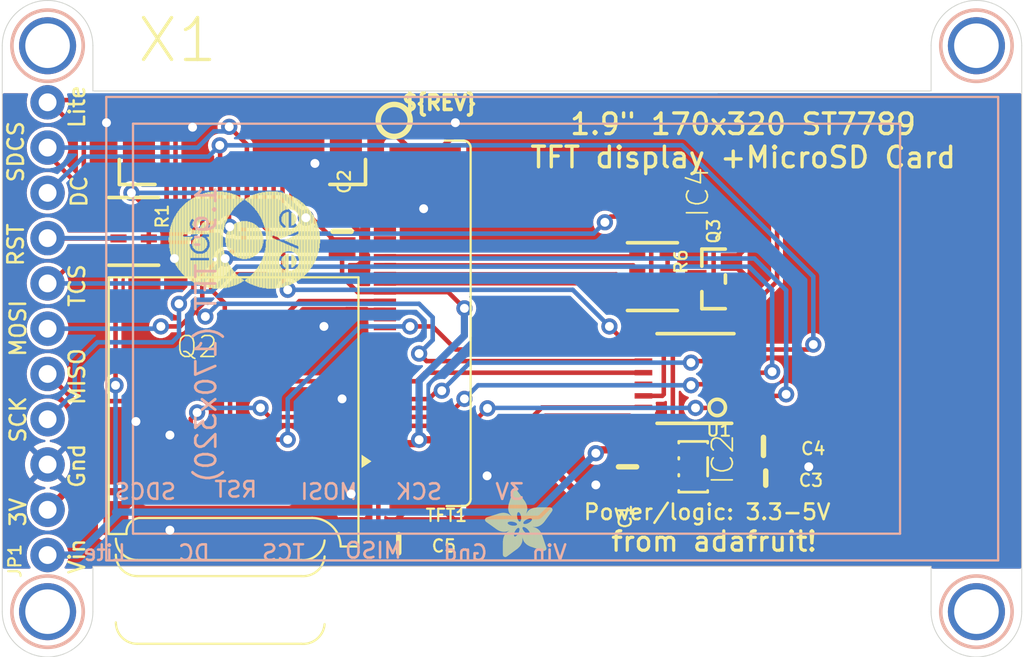
<source format=kicad_pcb>
(kicad_pcb (version 20221018) (generator pcbnew)
  (layers (0 "F.Cu" signal) (1 "In1.Cu" signal) (2 "In2.Cu" signal) (3 "In3.Cu" signal) (4 "In4.Cu" signal) (5 "In5.Cu" signal) (6 "In6.Cu" signal) (7 "In7.Cu" signal) (8 "In8.Cu" signal) (9 "In9.Cu" signal) (10 "In10.Cu" signal) (11 "In11.Cu" signal) (12 "In12.Cu" signal) (13 "In13.Cu" signal) (14 "In14.Cu" signal) (31 "B.Cu" signal) (34 "B.Paste" user) (35 "F.Paste" user) (36 "B.SilkS" user "B.Silkscreen") (37 "F.SilkS" user "F.Silkscreen") (38 "B.Mask" user) (39 "F.Mask" user) (44 "Edge.Cuts" user))
  (net 0 "")
  (net 1 "GND")
  (net 2 "SCK")
  (net 3 "SCK_3V")
  (net 4 "MOSI")
  (net 5 "MOSI_3V")
  (net 6 "MISO")
  (net 7 "+3V3")
  (net 8 "CARDCS")
  (net 9 "CARDCS_3V")
  (net 10 "LEDK")
  (net 11 "LITE")
  (net 12 "TFTDC")
  (net 13 "TFTDC_3V")
  (net 14 "TFTCS_3V")
  (net 15 "TFTCS")
  (net 16 "VIN")
  (net 17 "TFTRST_3V")
  (net 18 "TFTRST")
  (net 19 "N$2")
  (net 20 "N$3")
  (net 21 "N$4")
  (net 22 "N$5")
  (footprint "working:PCBFEAT-REV-040" (layer "F.Cu") (at 141.8971 93.3196 180)
    (fp_text reference "U$2" hide)
    (fp_text value "" hide)
  )
  (footprint "working:0805-NO" (layer "F.Cu") (at 142.1511 117.0686)
    (fp_text reference "C5")
    (fp_text value "10uF")
  )
  (footprint "working:0805-NO" (layer "F.Cu") (at 162.5981 111.6076)
    (fp_text reference "C4")
    (fp_text value "10uF")
  )
  (footprint "working:TFT_1.9IN_170X320_30P" (layer "F.Cu") (at 148.7551 105.0036 90)
    (fp_text reference "TFT1")
    (fp_text value "DISP_LCD_ST7789_1.9IN" hide)
  )
  (footprint "working:SOT23" (layer "F.Cu") (at 157.0101 97.7646 -90)
    (fp_text reference "IC4")
    (fp_text value "APX803-SAG")
  )
  (footprint "working:0805-NO" (layer "F.Cu") (at 154.9781 112.7506 -90)
    (fp_text reference "C1")
    (fp_text value "10uF")
  )
  (footprint "working:SOT23-5L" (layer "F.Cu") (at 158.6611 112.7506 -90)
    (fp_text reference "IC2")
    (fp_text value "AP2112")
  )
  (footprint "working:0805-NO" (layer "F.Cu") (at 138.9761 99.5426 90)
    (fp_text reference "C2")
    (fp_text value "10uF")
  )
  (footprint "working:RESPACK_4X0603" (layer "F.Cu") (at 127.2921 99.5426 -90)
    (fp_text reference "R1")
    (fp_text value "10k")
  )
  (footprint "working:SOT23-WIDE" (layer "F.Cu") (at 159.8041 102.2096 90)
    (fp_text reference "Q3")
    (fp_text value "BSS138")
  )
  (footprint "working:TSSOP16" (layer "F.Cu") (at 158.7881 107.7976 90)
    (fp_text reference "U1")
    (fp_text value "74HC4050PWR")
  )
  (footprint "working:1X11_ROUND_76" (layer "F.Cu") (at 122.4661 105.0036 90)
    (fp_text reference "JP1")
    (fp_text value "")
  )
  (footprint "working:RESPACK_4X0603" (layer "F.Cu") (at 156.3751 102.0826 -90)
    (fp_text reference "R6")
    (fp_text value "~22 OHM")
  )
  (footprint "working:FIDUCIAL_1MM" (layer "F.Cu") (at 174.9171 93.1926 180)
    (fp_text reference "U$4" hide)
    (fp_text value "FIDUCIAL_1MM" hide)
  )
  (footprint "working:EYE_SPI_DISPLAY_BOTCONTACT" (layer "F.Cu") (at 133.3881 94.5896)
    (fp_text reference "X1")
    (fp_text value "EYE_SPI_DISPLAY_FLIP")
  )
  (footprint "working:0603-NO" (layer "F.Cu") (at 162.7251 113.3856)
    (fp_text reference "C3")
    (fp_text value "0.1uF")
  )
  (footprint "working:EYESPI_MINI_LOGO" (layer "F.Cu") (at 129.1971 97.2566 -90)
    (fp_text reference "U$22" hide)
    (fp_text value "" hide)
  )
  (footprint "working:FIDUCIAL_1MM" (layer "F.Cu") (at 145.5801 116.8146 -90)
    (fp_text reference "U$5" hide)
    (fp_text value "FIDUCIAL_1MM" hide)
  )
  (footprint "working:MICROSD" (layer "F.Cu") (at 125.8951 102.0826)
    (fp_text reference "Q2")
    (fp_text value "MICROSD" hide)
  )
  (footprint "working:ADAFRUIT_3.5MM" (layer "F.Cu") (at 150.7871 117.8306 90)
    (fp_text reference "U$21" hide)
    (fp_text value "" hide)
  )
  (footprint "working:MOUNTINGHOLE_2.5_PLATED" (layer "B.Cu") (at 122.4661 89.1286 180)
    (fp_text reference "U$10" hide)
    (fp_text value "MOUNTINGHOLE2.5" hide)
  )
  (footprint "working:MOUNTINGHOLE_2.5_PLATED" (layer "B.Cu") (at 122.4661 120.8786 180)
    (fp_text reference "U$9" hide)
    (fp_text value "MOUNTINGHOLE2.5" hide)
  )
  (footprint "working:MOUNTINGHOLE_2.5_PLATED" (layer "B.Cu") (at 174.5361 89.1286 180)
    (fp_text reference "U$8" hide)
    (fp_text value "MOUNTINGHOLE2.5" hide)
  )
  (footprint "working:MOUNTINGHOLE_2.5_PLATED" (layer "B.Cu") (at 174.5361 120.8786 180)
    (fp_text reference "U$7" hide)
    (fp_text value "MOUNTINGHOLE2.5" hide)
  )
  (gr_arc (start 174.5361 86.5886) (mid 176.332151 87.332549) (end 177.0761 89.1286) (stroke (width 0.05)) (layer "Edge.Cuts"))
  (gr_arc (start 171.9961 89.1286) (mid 172.740049 87.332549) (end 174.5361 86.5886) (stroke (width 0.05)) (layer "Edge.Cuts"))
  (gr_arc (start 125.0061 120.8786) (mid 124.262151 122.674651) (end 122.4661 123.4186) (stroke (width 0.05)) (layer "Edge.Cuts"))
  (gr_line (start 125.0061 91.6686) (end 125.0061 89.1286) (stroke (width 0.05)) (layer "Edge.Cuts"))
  (gr_line (start 171.9961 89.1286) (end 171.9961 91.6686) (stroke (width 0.05)) (layer "Edge.Cuts"))
  (gr_arc (start 174.5361 123.4186) (mid 172.740049 122.674651) (end 171.9961 120.8786) (stroke (width 0.05)) (layer "Edge.Cuts"))
  (gr_line (start 171.9961 91.6686) (end 125.0061 91.6686) (stroke (width 0.05)) (layer "Edge.Cuts"))
  (gr_arc (start 177.0761 120.8786) (mid 176.332151 122.674651) (end 174.5361 123.4186) (stroke (width 0.05)) (layer "Edge.Cuts"))
  (gr_line (start 125.0061 118.3386) (end 171.9961 118.3386) (stroke (width 0.05)) (layer "Edge.Cuts"))
  (gr_line (start 177.0761 120.8786) (end 177.0761 89.1286) (stroke (width 0.05)) (layer "Edge.Cuts"))
  (gr_line (start 119.9261 89.1286) (end 119.9261 120.8786) (stroke (width 0.05)) (layer "Edge.Cuts"))
  (gr_line (start 125.0061 120.8786) (end 125.0061 118.3386) (stroke (width 0.05)) (layer "Edge.Cuts"))
  (gr_line (start 171.9961 118.3386) (end 171.9961 120.8786) (stroke (width 0.05)) (layer "Edge.Cuts"))
  (gr_arc (start 119.9261 89.1286) (mid 120.670049 87.332549) (end 122.4661 86.5886) (stroke (width 0.05)) (layer "Edge.Cuts"))
  (gr_arc (start 122.4661 123.4186) (mid 120.670049 122.674651) (end 119.9261 120.8786) (stroke (width 0.05)) (layer "Edge.Cuts"))
  (gr_arc (start 122.4661 86.5886) (mid 124.262151 87.332549) (end 125.0061 89.1286) (stroke (width 0.05)) (layer "Edge.Cuts"))
  (gr_text "Lite" (at 124.3711 117.0686) (layer "B.SilkS") (effects (font (size 0.87376 0.87376) (thickness 0.14224)) (justify right top mirror)))
  (gr_text "DC" (at 129.7051 117.0686) (layer "B.SilkS") (effects (font (size 0.87376 0.87376) (thickness 0.14224)) (justify right top mirror)))
  (gr_text "SCK" (at 141.8971 113.6396) (layer "B.SilkS") (effects (font (size 0.87376 0.87376) (thickness 0.14224)) (justify right top mirror)))
  (gr_text "MOSI" (at 136.5631 113.6396) (layer "B.SilkS") (effects (font (size 0.87376 0.87376) (thickness 0.14224)) (justify right top mirror)))
  (gr_text "Gnd" (at 144.5641 117.0686) (layer "B.SilkS") (effects (font (size 0.87376 0.87376) (thickness 0.14224)) (justify right top mirror)))
  (gr_text "TCS" (at 134.4041 118.0846) (layer "B.SilkS") (effects (font (size 0.87376 0.87376) (thickness 0.14224)) (justify right bottom mirror)))
  (gr_text "SDCS" (at 126.1491 114.1476) (layer "B.SilkS") (effects (font (size 0.87376 0.87376) (thickness 0.14224)) (justify right mirror)))
  (gr_text "Vin" (at 149.5171 117.0686) (layer "B.SilkS") (effects (font (size 0.87376 0.87376) (thickness 0.14224)) (justify right top mirror)))
  (gr_text "MISO" (at 142.4051 117.9576) (layer "B.SilkS") (effects (font (size 0.87376 0.87376) (thickness 0.14224)) (justify left bottom mirror)))
  (gr_text "3V" (at 147.4851 113.6396) (layer "B.SilkS") (effects (font (size 0.87376 0.87376) (thickness 0.14224)) (justify right top mirror)))
  (gr_text "RST" (at 131.7371 113.5126) (layer "B.SilkS") (effects (font (size 0.87376 0.87376) (thickness 0.14224)) (justify right top mirror)))
  (gr_text "3V" (at 121.3231 116.1796 90) (layer "F.SilkS") (effects (font (size 0.87376 0.87376) (thickness 0.14224)) (justify left bottom)))
  (gr_text "1.9\" 170x320 ST7789\nTFT display +MicroSD Card" (at 161.4551 94.4626) (layer "F.SilkS") (effects (font (size 1.157732 1.157732) (thickness 0.188468))))
  (gr_text "Vin" (at 124.6251 118.8466 90) (layer "F.SilkS") (effects (font (size 0.87376 0.87376) (thickness 0.14224)) (justify left bottom)))
  (gr_text "DC" (at 124.7521 98.2726 90) (layer "F.SilkS") (effects (font (size 0.87376 0.87376) (thickness 0.14224)) (justify left bottom)))
  (gr_text "from adafruit!" (at 153.9621 117.5766) (layer "F.SilkS") (effects (font (size 1.0922 1.0922) (thickness 0.1778)) (justify left bottom)))
  (gr_text "SDCS" (at 120.6881 96.8756 90) (layer "F.SilkS") (effects (font (size 0.87376 0.87376) (thickness 0.14224)) (justify left)))
  (gr_text "Power/logic: 3.3-5V" (at 152.4381 115.7986) (layer "F.SilkS") (effects (font (size 0.87376 0.87376) (thickness 0.14224)) (justify left bottom)))
  (gr_text "MISO" (at 123.6091 106.0196 90) (layer "F.SilkS") (effects (font (size 0.87376 0.87376) (thickness 0.14224)) (justify right top)))
  (gr_text "TCS" (at 123.6091 103.8606 90) (layer "F.SilkS") (effects (font (size 0.87376 0.87376) (thickness 0.14224)) (justify left top)))
  (gr_text "Gnd" (at 124.6251 114.0206 90) (layer "F.SilkS") (effects (font (size 0.87376 0.87376) (thickness 0.14224)) (justify left bottom)))
  (gr_text "RST" (at 121.1961 101.5746 90) (layer "F.SilkS") (effects (font (size 0.87376 0.87376) (thickness 0.14224)) (justify left bottom)))
  (gr_text "SCK" (at 121.3231 111.4806 90) (layer "F.SilkS") (effects (font (size 0.87376 0.87376) (thickness 0.14224)) (justify left bottom)))
  (gr_text "MOSI" (at 121.3231 106.6546 90) (layer "F.SilkS") (effects (font (size 0.87376 0.87376) (thickness 0.14224)) (justify left bottom)))
  (gr_text "Lite" (at 124.6251 93.8276 90) (layer "F.SilkS") (effects (font (size 0.87376 0.87376) (thickness 0.14224)) (justify left bottom)))
  (segment (start 139.2301 103.9108) (end 139.2301 107.4536) (width 0.254) (layer "F.Cu") (net 1))
  (segment (start 139.2301 107.4536) (end 141.3771 107.4536) (width 0.254) (layer "F.Cu") (net 1))
  (segment (start 139.7381 103.9536) (end 139.7381 103.9108) (width 0.254) (layer "F.Cu") (net 1))
  (segment (start 139.7381 103.9108) (end 139.2301 103.9108) (width 0.254) (layer "F.Cu") (net 1))
  (segment (start 130.1381 97.2676) (end 130.1381 94.1566) (width 0.254) (layer "F.Cu") (net 1))
  (segment (start 141.3771 103.9536) (end 139.7381 103.9536) (width 0.254) (layer "F.Cu") (net 1))
  (segment (start 130.1381 94.1566) (end 130.5941 93.7006) (width 0.254) (layer "F.Cu") (net 1))
  (via (at 127.4191 110.2106) (size 0.9064) (drill 0.5) (layers "F.Cu" "B.Cu") (net 1))
  (via (at 129.5781 101.0666) (size 0.9064) (drill 0.5) (layers "F.Cu" "B.Cu") (net 1))
  (via (at 147.1041 113.2586) (size 0.9064) (drill 0.5) (layers "F.Cu" "B.Cu") (net 1))
  (via (at 129.3241 110.9726) (size 0.9064) (drill 0.5) (layers "F.Cu" "B.Cu") (net 1))
  (via (at 137.4521 95.7326) (size 0.9064) (drill 0.5) (layers "F.Cu" "B.Cu") (net 1))
  (via (at 153.2001 113.7666) (size 0.9064) (drill 0.5) (layers "F.Cu" "B.Cu") (net 1))
  (via (at 138.9761 108.9406) (size 0.9064) (drill 0.5) (layers "F.Cu" "B.Cu") (net 1))
  (via (at 125.7681 93.4466) (size 0.9064) (drill 0.5) (layers "F.Cu" "B.Cu") (net 1))
  (via (at 139.4841 114.2746) (size 0.9064) (drill 0.5) (layers "F.Cu" "B.Cu") (net 1))
  (via (at 129.3241 116.3066) (size 0.9064) (drill 0.5) (layers "F.Cu" "B.Cu") (net 1))
  (via (at 130.5941 93.7006) (size 0.9064) (drill 0.5) (layers "F.Cu" "B.Cu") (net 1))
  (via (at 165.1381 112.7506) (size 0.9064) (drill 0.5) (layers "F.Cu" "B.Cu") (net 1))
  (via (at 137.9601 104.8766) (size 0.9064) (drill 0.5) (layers "F.Cu" "B.Cu") (net 1))
  (via (at 143.5481 98.2726) (size 0.9064) (drill 0.5) (layers "F.Cu" "B.Cu") (net 1))
  (via (at 145.3261 93.4466) (size 0.9064) (drill 0.5) (layers "F.Cu" "B.Cu") (net 1))
  (segment (start 163.0847 107.4166) (end 163.0287 107.4726) (width 0.254) (layer "F.Cu") (net 2))
  (segment (start 163.0287 107.4726) (end 161.7059 107.4726) (width 0.254) (layer "F.Cu") (net 2))
  (segment (start 130.6381 102.8006) (end 129.8321 103.6066) (width 0.254) (layer "F.Cu") (net 2))
  (segment (start 130.6381 97.2676) (end 130.6381 102.8006) (width 0.254) (layer "F.Cu") (net 2))
  (via (at 129.8321 103.6066) (size 0.9064) (drill 0.5) (layers "F.Cu" "B.Cu") (net 2))
  (via (at 163.0847 107.4166) (size 0.9064) (drill 0.5) (layers "F.Cu" "B.Cu") (net 2))
  (segment (start 129.4511 105.7656) (end 125.2601 105.7656) (width 0.254) (layer "B.Cu") (net 2))
  (segment (start 123.9901 108.5596) (end 123.9901 107.0356) (width 0.254) (layer "B.Cu") (net 2))
  (segment (start 122.4661 110.0836) (end 123.9901 108.5596) (width 0.254) (layer "B.Cu") (net 2))
  (segment (start 129.8321 103.6066) (end 130.5179 102.9208) (width 0.254) (layer "B.Cu") (net 2))
  (segment (start 129.8321 105.3846) (end 129.4511 105.7656) (width 0.254) (layer "B.Cu") (net 2))
  (segment (start 123.9901 107.0356) (end 125.2601 105.7656) (width 0.254) (layer "B.Cu") (net 2))
  (segment (start 161.7853 101.5238) (end 163.0847 102.8232) (width 0.254) (layer "B.Cu") (net 2))
  (segment (start 133.0722 101.5238) (end 161.7853 101.5238) (width 0.254) (layer "B.Cu") (net 2))
  (segment (start 129.8321 103.6066) (end 129.8321 105.3846) (width 0.254) (layer "B.Cu") (net 2))
  (segment (start 163.0847 102.8232) (end 163.0847 107.4166) (width 0.254) (layer "B.Cu") (net 2))
  (segment (start 131.6752 102.9208) (end 133.0722 101.5238) (width 0.254) (layer "B.Cu") (net 2))
  (segment (start 130.5179 102.9208) (end 131.6752 102.9208) (width 0.254) (layer "B.Cu") (net 2))
  (segment (start 158.5341 108.1786) (end 158.5901 108.1226) (width 0.254) (layer "F.Cu") (net 3))
  (segment (start 130.4951 112.7226) (end 130.4951 110.0556) (width 0.254) (layer "F.Cu") (net 3))
  (segment (start 145.3211 109.4536) (end 145.8341 108.9406) (width 0.254) (layer "F.Cu") (net 3))
  (segment (start 141.3771 109.4536) (end 145.3211 109.4536) (width 0.254) (layer "F.Cu") (net 3))
  (segment (start 140.3611 109.4536) (end 141.3771 109.4536) (width 0.254) (layer "F.Cu") (net 3))
  (segment (start 161.7059 108.1226) (end 158.5901 108.1226) (width 0.254) (layer "F.Cu") (net 3))
  (segment (start 134.4041 109.4486) (end 134.9171 109.9616) (width 0.254) (layer "F.Cu") (net 3))
  (segment (start 130.4951 110.0556) (end 130.8481 109.7026) (width 0.254) (layer "F.Cu") (net 3))
  (segment (start 139.8531 109.9616) (end 134.9171 109.9616) (width 0.254) (layer "F.Cu") (net 3))
  (segment (start 139.8531 109.9616) (end 140.3611 109.4536) (width 0.254) (layer "F.Cu") (net 3))
  (via (at 145.8341 108.9406) (size 0.9064) (drill 0.5) (layers "F.Cu" "B.Cu") (net 3))
  (via (at 134.4041 109.4486) (size 0.9064) (drill 0.5) (layers "F.Cu" "B.Cu") (net 3))
  (via (at 158.5341 108.1786) (size 0.9064) (drill 0.5) (layers "F.Cu" "B.Cu") (net 3))
  (via (at 130.8481 109.7026) (size 0.9064) (drill 0.5) (layers "F.Cu" "B.Cu") (net 3))
  (segment (start 145.8341 108.9406) (end 146.5961 108.1786) (width 0.254) (layer "B.Cu") (net 3))
  (segment (start 146.5961 108.1786) (end 158.5341 108.1786) (width 0.254) (layer "B.Cu") (net 3))
  (segment (start 130.8481 109.7026) (end 131.1021 109.4486) (width 0.254) (layer "B.Cu") (net 3))
  (segment (start 134.4041 109.4486) (end 131.1021 109.4486) (width 0.254) (layer "B.Cu") (net 3))
  (segment (start 131.05615 104.32265) (end 130.752087 104.018588) (width 0.254) (layer "F.Cu") (net 4))
  (segment (start 129.894075 104.8766) (end 130.752087 104.018588) (width 0.254) (layer "F.Cu") (net 4))
  (segment (start 131.31015 104.32265) (end 131.05615 104.32265) (width 0.254) (layer "F.Cu") (net 4))
  (segment (start 128.8161 104.8766) (end 129.894075 104.8766) (width 0.254) (layer "F.Cu") (net 4))
  (segment (start 155.8703 106.8226) (end 143.7161 106.8226) (width 0.254) (layer "F.Cu") (net 4))
  (segment (start 131.1381 97.2676) (end 131.1381 103.632575) (width 0.254) (layer "F.Cu") (net 4))
  (segment (start 130.752087 104.018588) (end 131.1381 103.632575) (width 0.254) (layer "F.Cu") (net 4))
  (segment (start 143.7161 106.8226) (end 143.2941 106.4006) (width 0.254) (layer "F.Cu") (net 4))
  (via (at 131.31015 104.32265) (size 0.9064) (drill 0.5) (layers "F.Cu" "B.Cu") (net 4))
  (via (at 143.2941 106.4006) (size 0.9064) (drill 0.5) (layers "F.Cu" "B.Cu") (net 4))
  (via (at 128.8161 104.8766) (size 0.9064) (drill 0.5) (layers "F.Cu" "B.Cu") (net 4))
  (segment (start 143.2941 106.4006) (end 144.0561 105.6386) (width 0.254) (layer "B.Cu") (net 4))
  (segment (start 144.0561 105.6386) (end 144.0561 104.3686) (width 0.254) (layer "B.Cu") (net 4))
  (segment (start 144.0561 104.3686) (end 143.2941 103.6066) (width 0.254) (layer "B.Cu") (net 4))
  (segment (start 128.8161 104.8766) (end 128.6891 105.0036) (width 0.254) (layer "B.Cu") (net 4))
  (segment (start 132.0262 103.6066) (end 131.31015 104.32265) (width 0.254) (layer "B.Cu") (net 4))
  (segment (start 143.2941 103.6066) (end 132.0262 103.6066) (width 0.254) (layer "B.Cu") (net 4))
  (segment (start 128.6891 105.0036) (end 122.4661 105.0036) (width 0.254) (layer "B.Cu") (net 4))
  (segment (start 132.6951 108.8716) (end 133.6131 107.9536) (width 0.254) (layer "F.Cu") (net 5))
  (segment (start 133.6131 107.9536) (end 141.3771 107.9536) (width 0.254) (layer "F.Cu") (net 5))
  (segment (start 132.6951 112.7226) (end 132.6951 108.8716) (width 0.254) (layer "F.Cu") (net 5))
  (segment (start 143.6361 107.4726) (end 155.8703 107.4726) (width 0.254) (layer "F.Cu") (net 5))
  (segment (start 143.1551 107.9536) (end 143.6361 107.4726) (width 0.254) (layer "F.Cu") (net 5))
  (segment (start 141.3771 107.9536) (end 143.1551 107.9536) (width 0.254) (layer "F.Cu") (net 5))
  (segment (start 128.2951 109.0676) (end 123.9901 109.0676) (width 0.254) (layer "F.Cu") (net 6))
  (segment (start 128.2951 109.0676) (end 128.2951 112.7226) (width 0.254) (layer "F.Cu") (net 6))
  (segment (start 141.3771 103.4536) (end 136.5891 103.4536) (width 0.254) (layer "F.Cu") (net 6))
  (segment (start 135.4201 104.6226) (end 132.9361 104.6226) (width 0.254) (layer "F.Cu") (net 6))
  (segment (start 128.2951 108.4456) (end 128.2951 109.0676) (width 0.254) (layer "F.Cu") (net 6))
  (segment (start 132.4001 103.5786) (end 131.6381 102.8166) (width 0.254) (layer "F.Cu") (net 6))
  (segment (start 131.6381 97.2676) (end 131.6381 102.8166) (width 0.254) (layer "F.Cu") (net 6))
  (segment (start 132.4001 104.3406) (end 128.2951 108.4456) (width 0.254) (layer "F.Cu") (net 6))
  (segment (start 122.4661 107.5436) (end 123.9901 109.0676) (width 0.254) (layer "F.Cu") (net 6))
  (segment (start 136.5891 103.4536) (end 135.4201 104.6226) (width 0.254) (layer "F.Cu") (net 6))
  (segment (start 132.9361 104.6226) (end 132.4001 104.0866) (width 0.254) (layer "F.Cu") (net 6))
  (segment (start 132.4001 104.0866) (end 132.4001 104.3406) (width 0.254) (layer "F.Cu") (net 6))
  (segment (start 132.4001 103.5786) (end 132.4001 104.0866) (width 0.254) (layer "F.Cu") (net 6))
  (segment (start 161.0741 115.2906) (end 161.8751 114.4896) (width 0.4064) (layer "F.Cu") (net 7))
  (segment (start 128.1421 98.2426) (end 128.0241 98.2426) (width 0.254) (layer "F.Cu") (net 7))
  (segment (start 161.6481 111.6076) (end 161.4551 111.8006) (width 0.254) (layer "F.Cu") (net 7))
  (segment (start 145.8341 103.8606) (end 144.9271 102.9536) (width 0.254) (layer "F.Cu") (net 7))
  (segment (start 161.4551 111.8006) (end 159.9611 111.8006) (width 0.254) (layer "F.Cu") (net 7))
  (segment (start 132.1181 114.5286) (end 135.9281 114.5286) (width 0.4064) (layer "F.Cu") (net 7))
  (segment (start 138.9761 102.0826) (end 138.9761 100.4926) (width 0.254) (layer "F.Cu") (net 7))
  (segment (start 128.0541 114.5286) (end 132.1181 114.5286) (width 0.4064) (layer "F.Cu") (net 7))
  (segment (start 141.3771 111.4536) (end 141.3771 111.9536) (width 0.254) (layer "F.Cu") (net 7))
  (segment (start 143.2941 111.237) (end 149.1465 111.237) (width 0.4064) (layer "F.Cu") (net 7))
  (segment (start 136.9441 98.7806) (end 137.2641 98.7806) (width 0.254) (layer "F.Cu") (net 7))
  (segment (start 143.0775 111.4536) (end 141.3771 111.4536) (width 0.4064) (layer "F.Cu") (net 7))
  (segment (start 131.5951 114.0056) (end 132.1181 114.5286) (width 0.4064) (layer "F.Cu") (net 7))
  (segment (start 141.0081 116.8756) (end 141.0081 113.5126) (width 0.254) (layer "F.Cu") (net 7))
  (segment (start 140.2461 112.7506) (end 140.2461 111.4536) (width 0.254) (layer "F.Cu") (net 7))
  (segment (start 153.2001 115.2906) (end 161.0741 115.2906) (width 0.4064) (layer "F.Cu") (net 7))
  (segment (start 128.0241 98.2426) (end 127.1651 97.3836) (width 0.254) (layer "F.Cu") (net 7))
  (segment (start 141.0081 113.5126) (end 140.2461 112.7506) (width 0.254) (layer "F.Cu") (net 7))
  (segment (start 141.3771 102.9536) (end 144.9271 102.9536) (width 0.254) (layer "F.Cu") (net 7))
  (segment (start 131.5951 113.1226) (end 131.5951 114.0056) (width 0.254) (layer "F.Cu") (net 7))
  (segment (start 141.2011 117.0686) (end 141.0081 116.8756) (width 0.254) (layer "F.Cu") (net 7))
  (segment (start 139.8471 102.9536) (end 138.9761 102.0826) (width 0.254) (layer "F.Cu") (net 7))
  (segment (start 139.0031 111.4536) (end 140.2461 111.4536) (width 0.4064) (layer "F.Cu") (net 7))
  (segment (start 122.4661 115.1636) (end 123.4821 114.1476) (width 0.4064) (layer "F.Cu") (net 7))
  (segment (start 161.6481 111.6076) (end 161.8751 111.8346) (width 0.254) (layer "F.Cu") (net 7))
  (segment (start 141.3771 102.9536) (end 139.8471 102.9536) (width 0.254) (layer "F.Cu") (net 7))
  (segment (start 149.1465 111.237) (end 153.2001 115.2906) (width 0.4064) (layer "F.Cu") (net 7))
  (segment (start 123.4821 114.1476) (end 127.6731 114.1476) (width 0.4064) (layer "F.Cu") (net 7))
  (segment (start 127.6731 114.1476) (end 128.0541 114.5286) (width 0.4064) (layer "F.Cu") (net 7))
  (segment (start 161.8751 114.4896) (end 161.8751 113.3856) (width 0.4064) (layer "F.Cu") (net 7))
  (segment (start 135.9281 114.5286) (end 139.0031 111.4536) (width 0.4064) (layer "F.Cu") (net 7))
  (segment (start 161.7059 110.0726) (end 161.7059 111.5498) (width 0.254) (layer "F.Cu") (net 7))
  (segment (start 161.8751 111.8346) (end 161.8751 113.3856) (width 0.254) (layer "F.Cu") (net 7))
  (segment (start 143.2941 111.237) (end 143.0775 111.4536) (width 0.4064) (layer "F.Cu") (net 7))
  (segment (start 141.3771 110.9536) (end 141.3771 111.4536) (width 0.254) (layer "F.Cu") (net 7))
  (segment (start 137.2641 98.7806) (end 138.9761 100.4926) (width 0.254) (layer "F.Cu") (net 7))
  (segment (start 140.2461 111.4536) (end 141.3771 111.4536) (width 0.4064) (layer "F.Cu") (net 7))
  (segment (start 161.7059 111.5498) (end 161.6481 111.6076) (width 0.254) (layer "F.Cu") (net 7))
  (via (at 143.2941 111.237) (size 0.9064) (drill 0.5) (layers "F.Cu" "B.Cu") (net 7))
  (via (at 145.8341 103.8606) (size 0.9064) (drill 0.5) (layers "F.Cu" "B.Cu") (net 7))
  (via (at 127.1651 97.3836) (size 0.9064) (drill 0.5) (layers "F.Cu" "B.Cu") (net 7))
  (via (at 136.9441 98.7806) (size 0.9064) (drill 0.5) (layers "F.Cu" "B.Cu") (net 7))
  (segment (start 145.8341 103.8606) (end 145.8341 105.3846) (width 0.4064) (layer "B.Cu") (net 7))
  (segment (start 143.2941 107.9246) (end 143.2941 111.237) (width 0.4064) (layer "B.Cu") (net 7))
  (segment (start 143.2941 107.9246) (end 145.8341 105.3846) (width 0.4064) (layer "B.Cu") (net 7))
  (segment (start 127.1651 97.3836) (end 135.5471 97.3836) (width 0.254) (layer "B.Cu") (net 7))
  (segment (start 135.5471 97.3836) (end 136.9441 98.7806) (width 0.254) (layer "B.Cu") (net 7))
  (segment (start 122.4661 95.2246) (end 122.4661 94.8436) (width 0.254) (layer "F.Cu") (net 8))
  (segment (start 124.4101 97.1686) (end 122.4661 95.2246) (width 0.254) (layer "F.Cu") (net 8))
  (segment (start 126.4421 99.1426) (end 125.6801 99.1426) (width 0.254) (layer "F.Cu") (net 8))
  (segment (start 135.6741 102.5692) (end 135.9281 102.8232) (width 0.254) (layer "F.Cu") (net 8))
  (segment (start 133.6381 97.2676) (end 133.6381 94.667388) (width 0.254) (layer "F.Cu") (net 8))
  (segment (start 153.9621 104.8766) (end 154.6081 105.5226) (width 0.254) (layer "F.Cu") (net 8))
  (segment (start 124.4101 97.8726) (end 124.4101 97.1686) (width 0.254) (layer "F.Cu") (net 8))
  (segment (start 133.6829 97.3124) (end 133.6829 98.358375) (width 0.254) (layer "F.Cu") (net 8))
  (segment (start 133.6381 97.2676) (end 133.6829 97.3124) (width 0.254) (layer "F.Cu") (net 8))
  (segment (start 154.6081 105.5226) (end 155.8703 105.5226) (width 0.254) (layer "F.Cu") (net 8))
  (segment (start 133.6381 94.667388) (end 132.648706 93.677994) (width 0.254) (layer "F.Cu") (net 8))
  (segment (start 135.6741 100.349575) (end 135.6741 102.5692) (width 0.254) (layer "F.Cu") (net 8))
  (segment (start 125.6801 99.1426) (end 124.4101 97.8726) (width 0.254) (layer "F.Cu") (net 8))
  (segment (start 133.6829 98.358375) (end 135.6741 100.349575) (width 0.254) (layer "F.Cu") (net 8))
  (via (at 135.9281 102.8232) (size 0.9064) (drill 0.5) (layers "F.Cu" "B.Cu") (net 8))
  (via (at 153.9621 104.8766) (size 0.9064) (drill 0.5) (layers "F.Cu" "B.Cu") (net 8))
  (via (at 132.648706 93.677994) (size 0.9064) (drill 0.5) (layers "F.Cu" "B.Cu") (net 8))
  (segment (start 131.7936 93.9332) (end 130.8832 94.8436) (width 0.254) (layer "B.Cu") (net 8))
  (segment (start 130.8832 94.8436) (end 122.4661 94.8436) (width 0.254) (layer "B.Cu") (net 8))
  (segment (start 132.648706 93.677994) (end 132.3935 93.9332) (width 0.254) (layer "B.Cu") (net 8))
  (segment (start 132.3935 93.9332) (end 131.7936 93.9332) (width 0.254) (layer "B.Cu") (net 8))
  (segment (start 135.9281 102.8232) (end 151.9087 102.8232) (width 0.254) (layer "B.Cu") (net 8))
  (segment (start 151.9087 102.8232) (end 153.9621 104.8766) (width 0.254) (layer "B.Cu") (net 8))
  (segment (start 133.7951 111.5606) (end 134.1291 111.2266) (width 0.254) (layer "F.Cu") (net 9))
  (segment (start 133.7951 111.5606) (end 133.7951 112.3226) (width 0.254) (layer "F.Cu") (net 9))
  (segment (start 155.8703 106.1726) (end 145.3521 106.1726) (width 0.254) (layer "F.Cu") (net 9))
  (segment (start 144.0561 104.8766) (end 142.7861 104.8766) (width 0.254) (layer "F.Cu") (net 9))
  (segment (start 145.3521 106.1726) (end 144.0561 104.8766) (width 0.254) (layer "F.Cu") (net 9))
  (segment (start 135.9281 111.2266) (end 134.1291 111.2266) (width 0.254) (layer "F.Cu") (net 9))
  (via (at 142.7861 104.8766) (size 0.9064) (drill 0.5) (layers "F.Cu" "B.Cu") (net 9))
  (via (at 135.9281 111.2266) (size 0.9064) (drill 0.5) (layers "F.Cu" "B.Cu") (net 9))
  (segment (start 139.9921 104.8766) (end 135.9281 108.9406) (width 0.254) (layer "B.Cu") (net 9))
  (segment (start 142.7861 104.8766) (end 139.9921 104.8766) (width 0.254) (layer "B.Cu") (net 9))
  (segment (start 135.9281 108.9406) (end 135.9281 111.2266) (width 0.254) (layer "B.Cu") (net 9))
  (segment (start 157.2251 101.6826) (end 157.2251 102.0826) (width 0.254) (layer "F.Cu") (net 10))
  (segment (start 157.3521 102.2096) (end 157.2251 102.0826) (width 0.254) (layer "F.Cu") (net 10))
  (segment (start 157.2251 102.0826) (end 157.2251 102.4826) (width 0.254) (layer "F.Cu") (net 10))
  (segment (start 157.2251 100.7826) (end 157.2251 101.6826) (width 0.254) (layer "F.Cu") (net 10))
  (segment (start 158.8041 102.2096) (end 157.3521 102.2096) (width 0.254) (layer "F.Cu") (net 10))
  (segment (start 157.2251 102.4826) (end 157.2251 103.3826) (width 0.254) (layer "F.Cu") (net 10))
  (segment (start 129.0701 92.1766) (end 122.5931 92.1766) (width 0.254) (layer "F.Cu") (net 11))
  (segment (start 130.3331 92.0496) (end 159.6771 92.0496) (width 0.254) (layer "F.Cu") (net 11))
  (segment (start 163.3601 102.3366) (end 162.5371 103.1596) (width 0.254) (layer "F.Cu") (net 11))
  (segment (start 163.3601 95.7326) (end 163.3601 102.3366) (width 0.254) (layer "F.Cu") (net 11))
  (segment (start 129.6381 92.7446) (end 130.3331 92.0496) (width 0.254) (layer "F.Cu") (net 11))
  (segment (start 162.5371 103.1596) (end 160.8041 103.1596) (width 0.254) (layer "F.Cu") (net 11))
  (segment (start 129.0701 92.1766) (end 129.6381 92.7446) (width 0.254) (layer "F.Cu") (net 11))
  (segment (start 126.4421 98.2426) (end 124.4981 96.2986) (width 0.254) (layer "F.Cu") (net 11))
  (segment (start 159.6771 92.0496) (end 163.3601 95.7326) (width 0.254) (layer "F.Cu") (net 11))
  (segment (start 124.4981 96.2986) (end 124.4981 94.2086) (width 0.254) (layer "F.Cu") (net 11))
  (segment (start 124.4981 94.2086) (end 122.5931 92.3036) (width 0.254) (layer "F.Cu") (net 11))
  (segment (start 129.6381 97.2676) (end 129.6381 92.7446) (width 0.254) (layer "F.Cu") (net 11))
  (segment (start 122.5931 92.1766) (end 122.4661 92.3036) (width 0.254) (layer "F.Cu") (net 11))
  (segment (start 122.5931 92.3036) (end 122.4661 92.3036) (width 0.254) (layer "F.Cu") (net 11))
  (segment (start 165.3921 105.8926) (end 165.1121 106.1726) (width 0.254) (layer "F.Cu") (net 12))
  (segment (start 165.1121 106.1726) (end 161.7059 106.1726) (width 0.254) (layer "F.Cu") (net 12))
  (segment (start 132.1381 97.2676) (end 132.1381 94.7366) (width 0.254) (layer "F.Cu") (net 12))
  (segment (start 132.1381 94.7366) (end 132.1181 94.7166) (width 0.254) (layer "F.Cu") (net 12))
  (via (at 165.3921 105.8926) (size 0.9064) (drill 0.5) (layers "F.Cu" "B.Cu") (net 12))
  (via (at 132.1181 94.7166) (size 0.9064) (drill 0.5) (layers "F.Cu" "B.Cu") (net 12))
  (segment (start 158.0261 94.7166) (end 165.3921 102.0826) (width 0.254) (layer "B.Cu") (net 12))
  (segment (start 124.4981 95.3516) (end 122.4661 97.3836) (width 0.254) (layer "B.Cu") (net 12))
  (segment (start 131.4831 95.3516) (end 124.4981 95.3516) (width 0.254) (layer "B.Cu") (net 12))
  (segment (start 132.1181 94.7166) (end 158.0261 94.7166) (width 0.254) (layer "B.Cu") (net 12))
  (segment (start 165.3921 102.0826) (end 165.3921 105.8926) (width 0.254) (layer "B.Cu") (net 12))
  (segment (start 132.1181 94.7166) (end 131.4831 95.3516) (width 0.254) (layer "B.Cu") (net 12))
  (segment (start 158.5341 106.9086) (end 158.6201 106.8226) (width 0.254) (layer "F.Cu") (net 13))
  (segment (start 141.3771 108.9536) (end 143.8395 108.9536) (width 0.254) (layer "F.Cu") (net 13))
  (segment (start 143.8395 108.9536) (end 144.3101 108.483) (width 0.254) (layer "F.Cu") (net 13))
  (segment (start 144.3101 108.483) (end 144.5641 108.483) (width 0.254) (layer "F.Cu") (net 13))
  (segment (start 161.7059 106.8226) (end 158.6201 106.8226) (width 0.254) (layer "F.Cu") (net 13))
  (via (at 158.5341 106.9086) (size 0.9064) (drill 0.5) (layers "F.Cu" "B.Cu") (net 13))
  (via (at 144.5641 108.483) (size 0.9064) (drill 0.5) (layers "F.Cu" "B.Cu") (net 13))
  (segment (start 144.5641 108.483) (end 146.1385 106.9086) (width 0.254) (layer "B.Cu") (net 13))
  (segment (start 146.1385 106.9086) (end 158.5341 106.9086) (width 0.254) (layer "B.Cu") (net 13))
  (segment (start 161.6799 109.4486) (end 158.7881 109.4486) (width 0.254) (layer "F.Cu") (net 14))
  (segment (start 141.3771 109.9536) (end 146.644312 109.9536) (width 0.254) (layer "F.Cu") (net 14))
  (segment (start 146.644312 109.9536) (end 147.126706 109.471207) (width 0.254) (layer "F.Cu") (net 14))
  (segment (start 161.7059 109.4226) (end 161.6799 109.4486) (width 0.254) (layer "F.Cu") (net 14))
  (via (at 158.7881 109.4486) (size 0.9064) (drill 0.5) (layers "F.Cu" "B.Cu") (net 14))
  (via (at 147.126706 109.471207) (size 0.9064) (drill 0.5) (layers "F.Cu" "B.Cu") (net 14))
  (segment (start 147.126706 109.471207) (end 147.149312 109.4486) (width 0.254) (layer "B.Cu") (net 14))
  (segment (start 147.149312 109.4486) (end 158.7881 109.4486) (width 0.254) (layer "B.Cu") (net 14))
  (segment (start 163.7821 108.7726) (end 161.7059 108.7726) (width 0.254) (layer "F.Cu") (net 15))
  (segment (start 126.4421 100.8426) (end 124.2831 100.8426) (width 0.254) (layer "F.Cu") (net 15))
  (segment (start 133.4589 100.0292) (end 132.4215 101.0666) (width 0.254) (layer "F.Cu") (net 15))
  (segment (start 133.1381 98.5163) (end 133.4589 98.8371) (width 0.254) (layer "F.Cu") (net 15))
  (segment (start 122.4661 102.4636) (end 122.6621 102.4636) (width 0.254) (layer "F.Cu") (net 15))
  (segment (start 163.8681 108.6866) (end 163.7821 108.7726) (width 0.254) (layer "F.Cu") (net 15))
  (segment (start 133.4589 98.8371) (end 133.4589 100.0292) (width 0.254) (layer "F.Cu") (net 15))
  (segment (start 133.1381 97.2676) (end 133.1381 98.5163) (width 0.254) (layer "F.Cu") (net 15))
  (segment (start 122.6621 102.4636) (end 124.2831 100.8426) (width 0.254) (layer "F.Cu") (net 15))
  (via (at 163.8681 108.6866) (size 0.9064) (drill 0.5) (layers "F.Cu" "B.Cu") (net 15))
  (via (at 132.4215 101.0666) (size 0.9064) (drill 0.5) (layers "F.Cu" "B.Cu") (net 15))
  (segment (start 131.0245 102.4636) (end 122.4661 102.4636) (width 0.254) (layer "B.Cu") (net 15))
  (segment (start 163.8681 102.8446) (end 163.8681 108.6866) (width 0.254) (layer "B.Cu") (net 15))
  (segment (start 132.4215 101.0666) (end 162.0901 101.0666) (width 0.254) (layer "B.Cu") (net 15))
  (segment (start 132.4215 101.0666) (end 131.0245 102.4636) (width 0.254) (layer "B.Cu") (net 15))
  (segment (start 163.8681 102.8446) (end 162.0901 101.0666) (width 0.254) (layer "B.Cu") (net 15))
  (segment (start 158.1101 97.7646) (end 159.3801 99.0346) (width 0.254) (layer "F.Cu") (net 16))
  (segment (start 157.3611 113.7006) (end 158.3461 113.7006) (width 0.254) (layer "F.Cu") (net 16))
  (segment (start 129.1381 98.9666) (end 128.9621 99.1426) (width 0.254) (layer "F.Cu") (net 16))
  (segment (start 157.3611 111.8006) (end 154.9781 111.8006) (width 0.254) (layer "F.Cu") (net 16))
  (segment (start 128.1421 99.9426) (end 128.1421 100.8426) (width 0.254) (layer "F.Cu") (net 16))
  (segment (start 157.5181 111.6436) (end 157.3611 111.8006) (width 0.254) (layer "F.Cu") (net 16))
  (segment (start 159.3801 99.0346) (end 159.5501 99.0346) (width 0.254) (layer "F.Cu") (net 16))
  (segment (start 158.5341 111.7346) (end 157.4271 111.7346) (width 0.254) (layer "F.Cu") (net 16))
  (segment (start 153.3881 111.8006) (end 154.9781 111.8006) (width 0.4064) (layer "F.Cu") (net 16))
  (segment (start 158.5341 113.5126) (end 158.5341 111.7346) (width 0.254) (layer "F.Cu") (net 16))
  (segment (start 128.1421 100.8426) (end 127.4923 101.4924) (width 0.254) (layer "F.Cu") (net 16))
  (segment (start 157.4271 111.7346) (end 157.3611 111.8006) (width 0.254) (layer "F.Cu") (net 16))
  (segment (start 153.2001 111.9886) (end 153.3881 111.8006) (width 0.4064) (layer "F.Cu") (net 16))
  (segment (start 126.2761 102.074625) (end 126.2761 108.1786) (width 0.254) (layer "F.Cu") (net 16))
  (segment (start 128.1421 99.1426) (end 128.1421 99.9426) (width 0.254) (layer "F.Cu") (net 16))
  (segment (start 127.4923 101.4924) (end 126.858325 101.4924) (width 0.254) (layer "F.Cu") (net 16))
  (segment (start 157.5181 106.4006) (end 157.5181 111.6436) (width 0.254) (layer "F.Cu") (net 16))
  (segment (start 126.858325 101.4924) (end 126.2761 102.074625) (width 0.254) (layer "F.Cu") (net 16))
  (segment (start 159.8041 104.1146) (end 157.5181 106.4006) (width 0.254) (layer "F.Cu") (net 16))
  (segment (start 159.5501 99.0346) (end 159.8041 99.2886) (width 0.254) (layer "F.Cu") (net 16))
  (segment (start 128.9621 99.1426) (end 128.1421 99.1426) (width 0.254) (layer "F.Cu") (net 16))
  (segment (start 159.8041 99.2886) (end 159.8041 104.1146) (width 0.254) (layer "F.Cu") (net 16))
  (segment (start 129.1381 97.2676) (end 129.1381 98.9666) (width 0.254) (layer "F.Cu") (net 16))
  (segment (start 158.3461 113.7006) (end 158.5341 113.5126) (width 0.254) (layer "F.Cu") (net 16))
  (via (at 153.2001 111.9886) (size 0.9064) (drill 0.5) (layers "F.Cu" "B.Cu") (net 16))
  (via (at 126.2761 108.1786) (size 0.9064) (drill 0.5) (layers "F.Cu" "B.Cu") (net 16))
  (segment (start 149.8981 115.2906) (end 153.2001 111.9886) (width 0.4064) (layer "B.Cu") (net 16))
  (segment (start 126.5301 115.2906) (end 149.8981 115.2906) (width 0.4064) (layer "B.Cu") (net 16))
  (segment (start 126.2761 115.2906) (end 126.5301 115.2906) (width 0.4064) (layer "B.Cu") (net 16))
  (segment (start 126.2761 108.1786) (end 126.2761 115.2906) (width 0.254) (layer "B.Cu") (net 16))
  (segment (start 122.4661 117.7036) (end 124.1171 117.7036) (width 0.4064) (layer "B.Cu") (net 16))
  (segment (start 124.1171 117.7036) (end 126.5301 115.2906) (width 0.4064) (layer "B.Cu") (net 16))
  (segment (start 150.1781 109.4226) (end 155.8703 109.4226) (width 0.254) (layer "F.Cu") (net 17))
  (segment (start 141.3771 110.4536) (end 149.1471 110.4536) (width 0.254) (layer "F.Cu") (net 17))
  (segment (start 149.1471 110.4536) (end 150.1781 109.4226) (width 0.254) (layer "F.Cu") (net 17))
  (segment (start 132.6381 99.2512) (end 132.6755 99.2886) (width 0.254) (layer "F.Cu") (net 18))
  (segment (start 153.7081 99.0346) (end 154.0281 98.7146) (width 0.254) (layer "F.Cu") (net 18))
  (segment (start 156.9241 108.7726) (end 157.0101 108.6866) (width 0.254) (layer "F.Cu") (net 18))
  (segment (start 156.3053 99.1098) (end 155.9101 98.7146) (width 0.254) (layer "F.Cu") (net 18))
  (segment (start 126.4421 99.9426) (end 122.4851 99.9426) (width 0.254) (layer "F.Cu") (net 18))
  (segment (start 156.3053 104.4258) (end 156.3053 99.1098) (width 0.254) (layer "F.Cu") (net 18))
  (segment (start 157.0101 108.6866) (end 157.0101 105.1306) (width 0.254) (layer "F.Cu") (net 18))
  (segment (start 157.0101 105.1306) (end 156.3053 104.4258) (width 0.254) (layer "F.Cu") (net 18))
  (segment (start 155.8703 108.7726) (end 156.9241 108.7726) (width 0.254) (layer "F.Cu") (net 18))
  (segment (start 132.6381 97.2676) (end 132.6381 99.2512) (width 0.254) (layer "F.Cu") (net 18))
  (segment (start 154.0281 98.7146) (end 155.9101 98.7146) (width 0.254) (layer "F.Cu") (net 18))
  (segment (start 122.4851 99.9426) (end 122.4661 99.9236) (width 0.254) (layer "F.Cu") (net 18))
  (via (at 132.6755 99.2886) (size 0.9064) (drill 0.5) (layers "F.Cu" "B.Cu") (net 18))
  (via (at 153.7081 99.0346) (size 0.9064) (drill 0.5) (layers "F.Cu" "B.Cu") (net 18))
  (segment (start 132.6755 99.2886) (end 133.0565 99.6696) (width 0.254) (layer "B.Cu") (net 18))
  (segment (start 130.5165 99.9236) (end 122.4661 99.9236) (width 0.254) (layer "B.Cu") (net 18))
  (segment (start 132.6755 99.2886) (end 131.1515 99.2886) (width 0.254) (layer "B.Cu") (net 18))
  (segment (start 130.5165 99.9236) (end 131.1515 99.2886) (width 0.254) (layer "B.Cu") (net 18))
  (segment (start 153.0731 99.6696) (end 133.0565 99.6696) (width 0.254) (layer "B.Cu") (net 18))
  (segment (start 153.0731 99.6696) (end 153.7081 99.0346) (width 0.254) (layer "B.Cu") (net 18))
  (segment (start 154.0791 102.4536) (end 155.0081 103.3826) (width 0.254) (layer "F.Cu") (net 19))
  (segment (start 141.3771 102.4536) (end 154.0791 102.4536) (width 0.254) (layer "F.Cu") (net 19))
  (segment (start 155.0081 103.3826) (end 155.5251 103.3826) (width 0.254) (layer "F.Cu") (net 19))
  (segment (start 154.3411 101.9536) (end 154.9781 102.5906) (width 0.254) (layer "F.Cu") (net 20))
  (segment (start 141.3771 101.9536) (end 154.3411 101.9536) (width 0.254) (layer "F.Cu") (net 20))
  (segment (start 154.9781 102.5906) (end 155.4171 102.5906) (width 0.254) (layer "F.Cu") (net 20))
  (segment (start 155.4171 102.5906) (end 155.5251 102.4826) (width 0.254) (layer "F.Cu") (net 20))
  (segment (start 155.2961 101.4536) (end 155.5251 101.6826) (width 0.254) (layer "F.Cu") (net 21))
  (segment (start 141.3771 101.4536) (end 155.2961 101.4536) (width 0.254) (layer "F.Cu") (net 21))
  (segment (start 155.3541 100.9536) (end 155.5251 100.7826) (width 0.254) (layer "F.Cu") (net 22))
  (segment (start 141.3771 100.9536) (end 155.3541 100.9536) (width 0.254) (layer "F.Cu") (net 22))
  (zone (net 1) (net_name "GND") (layer "F.Cu") (priority 6) (connect_pads (clearance 0.000001)) (min_thickness 0.127) (fill yes (thermal_gap 0.304) (thermal_bridge_width 0.304))
    (polygon (pts (xy 177.2031 118.4656) (xy 119.7991 118.4656) (xy 119.7991 91.7956) (xy 177.2031 91.7956)))
  )
  (zone (net 1) (net_name "GND") (layer "B.Cu") (priority 6) (connect_pads (clearance 0.000001)) (min_thickness 0.127) (fill yes (thermal_gap 0.304) (thermal_bridge_width 0.304))
    (polygon (pts (xy 177.2031 118.4656) (xy 119.7991 118.4656) (xy 119.7991 91.7956) (xy 177.2031 91.7956)))
  )
)
</source>
